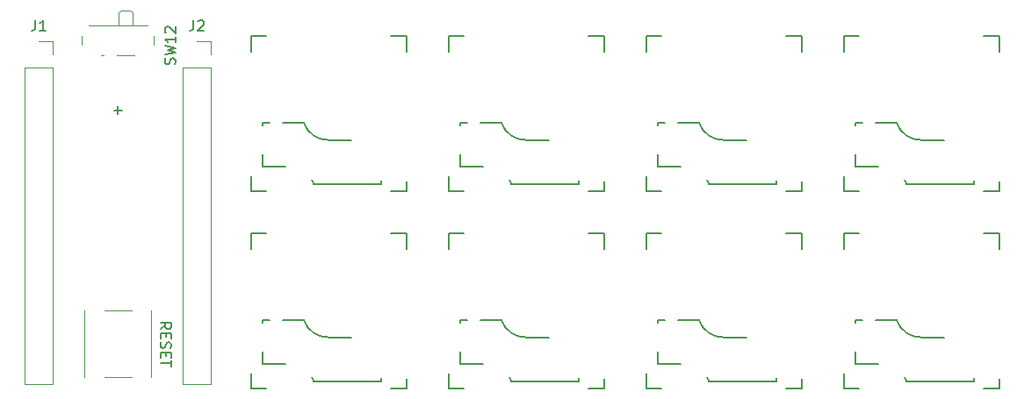
<source format=gto>
G04 #@! TF.GenerationSoftware,KiCad,Pcbnew,(6.0.7)*
G04 #@! TF.CreationDate,2022-11-12T22:44:30+08:00*
G04 #@! TF.ProjectId,KP08_keypad,4b503038-5f6b-4657-9970-61642e6b6963,1.0*
G04 #@! TF.SameCoordinates,Original*
G04 #@! TF.FileFunction,Legend,Top*
G04 #@! TF.FilePolarity,Positive*
%FSLAX46Y46*%
G04 Gerber Fmt 4.6, Leading zero omitted, Abs format (unit mm)*
G04 Created by KiCad (PCBNEW (6.0.7)) date 2022-11-12 22:44:30*
%MOMM*%
%LPD*%
G01*
G04 APERTURE LIST*
G04 Aperture macros list*
%AMOutline4P*
0 Free polygon, 4 corners , with rotation*
0 The origin of the aperture is its center*
0 number of corners: always 4*
0 $1 to $8 corner X, Y*
0 $9 Rotation angle, in degrees counterclockwise*
0 create outline with 4 corners*
4,1,4,$1,$2,$3,$4,$5,$6,$7,$8,$1,$2,$9*%
G04 Aperture macros list end*
%ADD10C,0.150000*%
%ADD11C,0.140000*%
%ADD12C,0.120000*%
%ADD13C,1.700000*%
%ADD14C,3.000000*%
%ADD15C,4.000000*%
%ADD16C,2.500000*%
%ADD17R,2.500000X2.550000*%
%ADD18R,1.300000X1.550000*%
%ADD19R,1.700000X1.700000*%
%ADD20O,1.700000X1.700000*%
%ADD21C,2.200000*%
%ADD22R,1.000000X0.800000*%
%ADD23C,0.900000*%
%ADD24R,0.700000X1.500000*%
%ADD25O,1.200000X1.750000*%
%ADD26Outline4P,-0.600000X-0.875000X0.600000X-0.875000X0.600000X0.875000X-0.600000X0.875000X180.000000*%
G04 APERTURE END LIST*
D10*
X98099619Y-96972619D02*
X98575809Y-96639285D01*
X98099619Y-96401190D02*
X99099619Y-96401190D01*
X99099619Y-96782142D01*
X99052000Y-96877380D01*
X99004380Y-96925000D01*
X98909142Y-96972619D01*
X98766285Y-96972619D01*
X98671047Y-96925000D01*
X98623428Y-96877380D01*
X98575809Y-96782142D01*
X98575809Y-96401190D01*
X98623428Y-97401190D02*
X98623428Y-97734523D01*
X98099619Y-97877380D02*
X98099619Y-97401190D01*
X99099619Y-97401190D01*
X99099619Y-97877380D01*
X98147238Y-98258333D02*
X98099619Y-98401190D01*
X98099619Y-98639285D01*
X98147238Y-98734523D01*
X98194857Y-98782142D01*
X98290095Y-98829761D01*
X98385333Y-98829761D01*
X98480571Y-98782142D01*
X98528190Y-98734523D01*
X98575809Y-98639285D01*
X98623428Y-98448809D01*
X98671047Y-98353571D01*
X98718666Y-98305952D01*
X98813904Y-98258333D01*
X98909142Y-98258333D01*
X99004380Y-98305952D01*
X99052000Y-98353571D01*
X99099619Y-98448809D01*
X99099619Y-98686904D01*
X99052000Y-98829761D01*
X98623428Y-99258333D02*
X98623428Y-99591666D01*
X98099619Y-99734523D02*
X98099619Y-99258333D01*
X99099619Y-99258333D01*
X99099619Y-99734523D01*
X99099619Y-100020238D02*
X99099619Y-100591666D01*
X98099619Y-100305952D02*
X99099619Y-100305952D01*
X86026666Y-67167380D02*
X86026666Y-67881666D01*
X85979047Y-68024523D01*
X85883809Y-68119761D01*
X85740952Y-68167380D01*
X85645714Y-68167380D01*
X87026666Y-68167380D02*
X86455238Y-68167380D01*
X86740952Y-68167380D02*
X86740952Y-67167380D01*
X86645714Y-67310238D01*
X86550476Y-67405476D01*
X86455238Y-67453095D01*
X101266666Y-67167380D02*
X101266666Y-67881666D01*
X101219047Y-68024523D01*
X101123809Y-68119761D01*
X100980952Y-68167380D01*
X100885714Y-68167380D01*
X101695238Y-67262619D02*
X101742857Y-67215000D01*
X101838095Y-67167380D01*
X102076190Y-67167380D01*
X102171428Y-67215000D01*
X102219047Y-67262619D01*
X102266666Y-67357857D01*
X102266666Y-67453095D01*
X102219047Y-67595952D01*
X101647619Y-68167380D01*
X102266666Y-68167380D01*
X99464761Y-71405523D02*
X99512380Y-71262666D01*
X99512380Y-71024571D01*
X99464761Y-70929333D01*
X99417142Y-70881714D01*
X99321904Y-70834095D01*
X99226666Y-70834095D01*
X99131428Y-70881714D01*
X99083809Y-70929333D01*
X99036190Y-71024571D01*
X98988571Y-71215047D01*
X98940952Y-71310285D01*
X98893333Y-71357904D01*
X98798095Y-71405523D01*
X98702857Y-71405523D01*
X98607619Y-71357904D01*
X98560000Y-71310285D01*
X98512380Y-71215047D01*
X98512380Y-70976952D01*
X98560000Y-70834095D01*
X98512380Y-70500761D02*
X99512380Y-70262666D01*
X98798095Y-70072190D01*
X99512380Y-69881714D01*
X98512380Y-69643619D01*
X99512380Y-68738857D02*
X99512380Y-69310285D01*
X99512380Y-69024571D02*
X98512380Y-69024571D01*
X98655238Y-69119809D01*
X98750476Y-69215047D01*
X98798095Y-69310285D01*
X98607619Y-68357904D02*
X98560000Y-68310285D01*
X98512380Y-68215047D01*
X98512380Y-67976952D01*
X98560000Y-67881714D01*
X98607619Y-67834095D01*
X98702857Y-67786476D01*
X98798095Y-67786476D01*
X98940952Y-67834095D01*
X99512380Y-68405523D01*
X99512380Y-67786476D01*
X94360952Y-75874571D02*
X93599047Y-75874571D01*
X93980000Y-75493619D02*
X93980000Y-76255523D01*
D11*
X163950000Y-83700000D02*
X163950000Y-82200000D01*
X178950000Y-83700000D02*
X177450000Y-83700000D01*
D10*
X167005000Y-77030000D02*
X169037000Y-77030000D01*
D11*
X178950000Y-83700000D02*
X178950000Y-82700000D01*
D10*
X176530000Y-82990000D02*
X170029188Y-82990000D01*
X176530000Y-82677000D02*
X176530000Y-82990000D01*
X165100000Y-81280000D02*
X167250000Y-81280000D01*
X165100000Y-77030000D02*
X165735000Y-77030000D01*
D11*
X178950000Y-68700000D02*
X177450000Y-68700000D01*
D10*
X165100000Y-77030000D02*
X165100000Y-77343000D01*
X165100000Y-80137000D02*
X165100000Y-81280000D01*
D11*
X163950000Y-68700000D02*
X165450000Y-68700000D01*
X163950000Y-68700000D02*
X163950000Y-70200000D01*
X163950000Y-83700000D02*
X165450000Y-83700000D01*
X178950000Y-68700000D02*
X178950000Y-70200000D01*
D10*
X173650000Y-78740000D02*
X171450000Y-78740000D01*
X169036999Y-77030000D02*
G75*
G03*
X171450000Y-78740000I2405165J836449D01*
G01*
X170029188Y-82990000D02*
G75*
G03*
X169850000Y-82600000I-2525333J-924116D01*
G01*
X119380000Y-82990000D02*
X112879188Y-82990000D01*
X107950000Y-77030000D02*
X107950000Y-77343000D01*
D11*
X106800000Y-83700000D02*
X108300000Y-83700000D01*
D10*
X107950000Y-80137000D02*
X107950000Y-81280000D01*
D11*
X121800000Y-68700000D02*
X121800000Y-70200000D01*
D10*
X109855000Y-77030000D02*
X111887000Y-77030000D01*
X119380000Y-82677000D02*
X119380000Y-82990000D01*
D11*
X121800000Y-83700000D02*
X120300000Y-83700000D01*
D10*
X107950000Y-77030000D02*
X108585000Y-77030000D01*
X116500000Y-78740000D02*
X114300000Y-78740000D01*
D11*
X106800000Y-68700000D02*
X106800000Y-70200000D01*
X121800000Y-68700000D02*
X120300000Y-68700000D01*
X106800000Y-68700000D02*
X108300000Y-68700000D01*
D10*
X107950000Y-81280000D02*
X110100000Y-81280000D01*
D11*
X106800000Y-83700000D02*
X106800000Y-82200000D01*
X121800000Y-83700000D02*
X121800000Y-82700000D01*
D10*
X112879188Y-82990000D02*
G75*
G03*
X112700000Y-82600000I-2525333J-924116D01*
G01*
X111886999Y-77030000D02*
G75*
G03*
X114300000Y-78740000I2405165J836449D01*
G01*
D12*
X97180000Y-95195000D02*
X97210000Y-95195000D01*
X90750000Y-95195000D02*
X90780000Y-95195000D01*
X97210000Y-95195000D02*
X97210000Y-101655000D01*
X97210000Y-101655000D02*
X97180000Y-101655000D01*
X90750000Y-101655000D02*
X90780000Y-101655000D01*
X95280000Y-101655000D02*
X92680000Y-101655000D01*
X95280000Y-95195000D02*
X92680000Y-95195000D01*
X90750000Y-95195000D02*
X90750000Y-101655000D01*
D11*
X178950000Y-102750000D02*
X178950000Y-101750000D01*
X178950000Y-102750000D02*
X177450000Y-102750000D01*
D10*
X165100000Y-100330000D02*
X167250000Y-100330000D01*
D11*
X163950000Y-102750000D02*
X163950000Y-101250000D01*
D10*
X165100000Y-99187000D02*
X165100000Y-100330000D01*
X167005000Y-96080000D02*
X169037000Y-96080000D01*
D11*
X178950000Y-87750000D02*
X177450000Y-87750000D01*
X163950000Y-87750000D02*
X165450000Y-87750000D01*
X163950000Y-87750000D02*
X163950000Y-89250000D01*
D10*
X165100000Y-96080000D02*
X165100000Y-96393000D01*
X176530000Y-102040000D02*
X170029188Y-102040000D01*
X176530000Y-101727000D02*
X176530000Y-102040000D01*
D11*
X163950000Y-102750000D02*
X165450000Y-102750000D01*
D10*
X173650000Y-97790000D02*
X171450000Y-97790000D01*
D11*
X178950000Y-87750000D02*
X178950000Y-89250000D01*
D10*
X165100000Y-96080000D02*
X165735000Y-96080000D01*
X170029188Y-102040000D02*
G75*
G03*
X169850000Y-101650000I-2525333J-924116D01*
G01*
X169036999Y-96080000D02*
G75*
G03*
X171450000Y-97790000I2405165J836449D01*
G01*
D12*
X85030000Y-102295000D02*
X87690000Y-102295000D01*
X86360000Y-69155000D02*
X87690000Y-69155000D01*
X87690000Y-69155000D02*
X87690000Y-70485000D01*
X85030000Y-71755000D02*
X87690000Y-71755000D01*
X87690000Y-71755000D02*
X87690000Y-102295000D01*
X85030000Y-71755000D02*
X85030000Y-102295000D01*
D11*
X125850000Y-83700000D02*
X125850000Y-82200000D01*
X140850000Y-68700000D02*
X139350000Y-68700000D01*
D10*
X127000000Y-81280000D02*
X129150000Y-81280000D01*
D11*
X140850000Y-83700000D02*
X140850000Y-82700000D01*
D10*
X127000000Y-77030000D02*
X127635000Y-77030000D01*
X135550000Y-78740000D02*
X133350000Y-78740000D01*
D11*
X140850000Y-83700000D02*
X139350000Y-83700000D01*
D10*
X138430000Y-82677000D02*
X138430000Y-82990000D01*
X127000000Y-77030000D02*
X127000000Y-77343000D01*
X138430000Y-82990000D02*
X131929188Y-82990000D01*
X128905000Y-77030000D02*
X130937000Y-77030000D01*
D11*
X140850000Y-68700000D02*
X140850000Y-70200000D01*
X125850000Y-68700000D02*
X125850000Y-70200000D01*
D10*
X127000000Y-80137000D02*
X127000000Y-81280000D01*
D11*
X125850000Y-83700000D02*
X127350000Y-83700000D01*
X125850000Y-68700000D02*
X127350000Y-68700000D01*
D10*
X130936999Y-77030000D02*
G75*
G03*
X133350000Y-78740000I2405165J836449D01*
G01*
X131929188Y-82990000D02*
G75*
G03*
X131750000Y-82600000I-2525333J-924116D01*
G01*
D12*
X102930000Y-69155000D02*
X102930000Y-70485000D01*
X100270000Y-102295000D02*
X102930000Y-102295000D01*
X101600000Y-69155000D02*
X102930000Y-69155000D01*
X100270000Y-71755000D02*
X102930000Y-71755000D01*
X102930000Y-71755000D02*
X102930000Y-102295000D01*
X100270000Y-71755000D02*
X100270000Y-102295000D01*
D10*
X138430000Y-102040000D02*
X131929188Y-102040000D01*
D11*
X140850000Y-87750000D02*
X139350000Y-87750000D01*
D10*
X127000000Y-96080000D02*
X127635000Y-96080000D01*
X127000000Y-96080000D02*
X127000000Y-96393000D01*
X127000000Y-99187000D02*
X127000000Y-100330000D01*
D11*
X125850000Y-102750000D02*
X125850000Y-101250000D01*
D10*
X138430000Y-101727000D02*
X138430000Y-102040000D01*
D11*
X140850000Y-102750000D02*
X139350000Y-102750000D01*
X125850000Y-87750000D02*
X127350000Y-87750000D01*
X125850000Y-102750000D02*
X127350000Y-102750000D01*
X125850000Y-87750000D02*
X125850000Y-89250000D01*
X140850000Y-102750000D02*
X140850000Y-101750000D01*
D10*
X127000000Y-100330000D02*
X129150000Y-100330000D01*
X135550000Y-97790000D02*
X133350000Y-97790000D01*
D11*
X140850000Y-87750000D02*
X140850000Y-89250000D01*
D10*
X128905000Y-96080000D02*
X130937000Y-96080000D01*
X130936999Y-96080000D02*
G75*
G03*
X133350000Y-97790000I2405165J836449D01*
G01*
X131929188Y-102040000D02*
G75*
G03*
X131750000Y-101650000I-2525333J-924116D01*
G01*
X146050000Y-100330000D02*
X148200000Y-100330000D01*
X146050000Y-96080000D02*
X146050000Y-96393000D01*
X154600000Y-97790000D02*
X152400000Y-97790000D01*
X147955000Y-96080000D02*
X149987000Y-96080000D01*
D11*
X144900000Y-87750000D02*
X146400000Y-87750000D01*
D10*
X157480000Y-102040000D02*
X150979188Y-102040000D01*
X157480000Y-101727000D02*
X157480000Y-102040000D01*
D11*
X159900000Y-87750000D02*
X158400000Y-87750000D01*
X159900000Y-102750000D02*
X159900000Y-101750000D01*
X144900000Y-102750000D02*
X146400000Y-102750000D01*
D10*
X146050000Y-99187000D02*
X146050000Y-100330000D01*
D11*
X144900000Y-102750000D02*
X144900000Y-101250000D01*
X144900000Y-87750000D02*
X144900000Y-89250000D01*
X159900000Y-102750000D02*
X158400000Y-102750000D01*
X159900000Y-87750000D02*
X159900000Y-89250000D01*
D10*
X146050000Y-96080000D02*
X146685000Y-96080000D01*
X149986999Y-96080000D02*
G75*
G03*
X152400000Y-97790000I2405165J836449D01*
G01*
X150979188Y-102040000D02*
G75*
G03*
X150800000Y-101650000I-2525333J-924116D01*
G01*
D11*
X159900000Y-83700000D02*
X159900000Y-82700000D01*
D10*
X157480000Y-82990000D02*
X150979188Y-82990000D01*
D11*
X159900000Y-68700000D02*
X159900000Y-70200000D01*
X144900000Y-83700000D02*
X144900000Y-82200000D01*
D10*
X154600000Y-78740000D02*
X152400000Y-78740000D01*
X146050000Y-77030000D02*
X146685000Y-77030000D01*
X146050000Y-77030000D02*
X146050000Y-77343000D01*
X146050000Y-81280000D02*
X148200000Y-81280000D01*
D11*
X159900000Y-68700000D02*
X158400000Y-68700000D01*
X144900000Y-68700000D02*
X146400000Y-68700000D01*
X159900000Y-83700000D02*
X158400000Y-83700000D01*
D10*
X157480000Y-82677000D02*
X157480000Y-82990000D01*
D11*
X144900000Y-68700000D02*
X144900000Y-70200000D01*
D10*
X146050000Y-80137000D02*
X146050000Y-81280000D01*
X147955000Y-77030000D02*
X149987000Y-77030000D01*
D11*
X144900000Y-83700000D02*
X146400000Y-83700000D01*
D10*
X150979188Y-82990000D02*
G75*
G03*
X150800000Y-82600000I-2525333J-924116D01*
G01*
X149986999Y-77030000D02*
G75*
G03*
X152400000Y-78740000I2405165J836449D01*
G01*
D11*
X106800000Y-102750000D02*
X108300000Y-102750000D01*
D10*
X116500000Y-97790000D02*
X114300000Y-97790000D01*
X109855000Y-96080000D02*
X111887000Y-96080000D01*
D11*
X121800000Y-102750000D02*
X120300000Y-102750000D01*
X106800000Y-87750000D02*
X106800000Y-89250000D01*
X106800000Y-87750000D02*
X108300000Y-87750000D01*
D10*
X119380000Y-101727000D02*
X119380000Y-102040000D01*
X107950000Y-100330000D02*
X110100000Y-100330000D01*
D11*
X121800000Y-87750000D02*
X121800000Y-89250000D01*
X121800000Y-102750000D02*
X121800000Y-101750000D01*
D10*
X107950000Y-99187000D02*
X107950000Y-100330000D01*
D11*
X121800000Y-87750000D02*
X120300000Y-87750000D01*
D10*
X107950000Y-96080000D02*
X108585000Y-96080000D01*
X107950000Y-96080000D02*
X107950000Y-96393000D01*
X119380000Y-102040000D02*
X112879188Y-102040000D01*
D11*
X106800000Y-102750000D02*
X106800000Y-101250000D01*
D10*
X111886999Y-96080000D02*
G75*
G03*
X114300000Y-97790000I2405165J836449D01*
G01*
X112879188Y-102040000D02*
G75*
G03*
X112700000Y-101650000I-2525333J-924116D01*
G01*
D12*
X90530000Y-68716000D02*
X90530000Y-69506000D01*
X97430000Y-69506000D02*
X97430000Y-68716000D01*
X95180000Y-66206000D02*
X94280000Y-66206000D01*
X94080000Y-66416000D02*
X94080000Y-67706000D01*
X92580000Y-70556000D02*
X92380000Y-70556000D01*
X95380000Y-67706000D02*
X95380000Y-66416000D01*
X95580000Y-70556000D02*
X93880000Y-70556000D01*
X94080000Y-66416000D02*
X94280000Y-66206000D01*
X95380000Y-66416000D02*
X95180000Y-66206000D01*
X96830000Y-67706000D02*
X91130000Y-67706000D01*
%LPC*%
D13*
X176530000Y-76200000D03*
D14*
X167640000Y-78740000D03*
D13*
X166370000Y-76200000D03*
D14*
X168910000Y-81280000D03*
X175260000Y-78740000D03*
X173990000Y-81280000D03*
D15*
X171450000Y-76200000D03*
D16*
X167640000Y-73660000D03*
X168910000Y-71120000D03*
D17*
X163890000Y-78740000D03*
D16*
X175260000Y-73660000D03*
X173990000Y-71120000D03*
D17*
X177740000Y-81280000D03*
D14*
X116840000Y-81280000D03*
D13*
X109220000Y-76200000D03*
D14*
X118110000Y-78740000D03*
D15*
X114300000Y-76200000D03*
D13*
X119380000Y-76200000D03*
D14*
X111760000Y-81280000D03*
X110490000Y-78740000D03*
D17*
X106740000Y-78740000D03*
D16*
X111760000Y-71120000D03*
X110490000Y-73660000D03*
D17*
X120590000Y-81280000D03*
D16*
X118110000Y-73660000D03*
X116840000Y-71120000D03*
D18*
X96230000Y-94450000D03*
X96230000Y-102400000D03*
X91730000Y-94450000D03*
X91730000Y-102400000D03*
D13*
X176530000Y-95250000D03*
D14*
X168910000Y-100330000D03*
X175260000Y-97790000D03*
X167640000Y-97790000D03*
X173990000Y-100330000D03*
D15*
X171450000Y-95250000D03*
D13*
X166370000Y-95250000D03*
D16*
X167640000Y-92710000D03*
X168910000Y-90170000D03*
D17*
X163890000Y-97790000D03*
X177740000Y-100330000D03*
D16*
X173990000Y-90170000D03*
X175260000Y-92710000D03*
D19*
X86360000Y-70485000D03*
D20*
X86360000Y-73025000D03*
X86360000Y-75565000D03*
X86360000Y-78105000D03*
X86360000Y-80645000D03*
X86360000Y-83185000D03*
X86360000Y-85725000D03*
X86360000Y-88265000D03*
X86360000Y-90805000D03*
X86360000Y-93345000D03*
X86360000Y-95885000D03*
X86360000Y-98425000D03*
X86360000Y-100965000D03*
D21*
X93980000Y-91440000D03*
D14*
X135890000Y-81280000D03*
D15*
X133350000Y-76200000D03*
D14*
X137160000Y-78740000D03*
X129540000Y-78740000D03*
D13*
X138430000Y-76200000D03*
X128270000Y-76200000D03*
D14*
X130810000Y-81280000D03*
D17*
X125790000Y-78740000D03*
D16*
X129540000Y-73660000D03*
X130810000Y-71120000D03*
X135890000Y-71120000D03*
X137160000Y-73660000D03*
D17*
X139640000Y-81280000D03*
D19*
X101600000Y-70485000D03*
D20*
X101600000Y-73025000D03*
X101600000Y-75565000D03*
X101600000Y-78105000D03*
X101600000Y-80645000D03*
X101600000Y-83185000D03*
X101600000Y-85725000D03*
X101600000Y-88265000D03*
X101600000Y-90805000D03*
X101600000Y-93345000D03*
X101600000Y-95885000D03*
X101600000Y-98425000D03*
X101600000Y-100965000D03*
D21*
X161925000Y-85725000D03*
D15*
X133350000Y-95250000D03*
D14*
X137160000Y-97790000D03*
X130810000Y-100330000D03*
X129540000Y-97790000D03*
D13*
X138430000Y-95250000D03*
X128270000Y-95250000D03*
D14*
X135890000Y-100330000D03*
D16*
X130810000Y-90170000D03*
X129540000Y-92710000D03*
D17*
X125790000Y-97790000D03*
D16*
X135890000Y-90170000D03*
X137160000Y-92710000D03*
D17*
X139640000Y-100330000D03*
D21*
X161925000Y-103505000D03*
X161925000Y-67945000D03*
D14*
X154940000Y-100330000D03*
X149860000Y-100330000D03*
X156210000Y-97790000D03*
D13*
X157480000Y-95250000D03*
D14*
X148590000Y-97790000D03*
D15*
X152400000Y-95250000D03*
D13*
X147320000Y-95250000D03*
D17*
X144840000Y-97790000D03*
D16*
X149860000Y-90170000D03*
X148590000Y-92710000D03*
X154940000Y-90170000D03*
X156210000Y-92710000D03*
D17*
X158690000Y-100330000D03*
D13*
X157480000Y-76200000D03*
D14*
X156210000Y-78740000D03*
X149860000Y-81280000D03*
D13*
X147320000Y-76200000D03*
D14*
X148590000Y-78740000D03*
X154940000Y-81280000D03*
D15*
X152400000Y-76200000D03*
D17*
X144840000Y-78740000D03*
D16*
X149860000Y-71120000D03*
X148590000Y-73660000D03*
X156210000Y-73660000D03*
D17*
X158690000Y-81280000D03*
D16*
X154940000Y-71120000D03*
D21*
X123825000Y-85725000D03*
D14*
X111760000Y-100330000D03*
D13*
X119380000Y-95250000D03*
D15*
X114300000Y-95250000D03*
D13*
X109220000Y-95250000D03*
D14*
X116840000Y-100330000D03*
X110490000Y-97790000D03*
X118110000Y-97790000D03*
D16*
X111760000Y-90170000D03*
D17*
X106740000Y-97790000D03*
D16*
X110490000Y-92710000D03*
D17*
X120590000Y-100330000D03*
D16*
X118110000Y-92710000D03*
X116840000Y-90170000D03*
D21*
X123825000Y-67945000D03*
D22*
X97630000Y-68006000D03*
X90330000Y-68006000D03*
X90330000Y-70216000D03*
D23*
X95480000Y-69106000D03*
X92480000Y-69106000D03*
D22*
X97630000Y-70216000D03*
D24*
X96230000Y-70866000D03*
X93230000Y-70866000D03*
X91730000Y-70866000D03*
D23*
X92480000Y-69106000D03*
X95480000Y-69106000D03*
D25*
X95980000Y-77555000D03*
D26*
X93980000Y-77555000D03*
D25*
X91980000Y-77555000D03*
M02*

</source>
